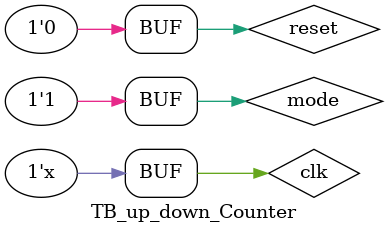
<source format=v>
module TB_up_down_Counter();
wire [3:0]out; reg reset, clk, mode;

up_down triggeringStatement(out, reset, clk, mode);

initial
begin

//initialize inputs
reset = 1;
clk = 1;
mode = 0;

#100;

reset = 0;
mode = 0;

#100;

reset = 0;
mode = 1;

end

always #25 clk = ~clk;

endmodule

</source>
